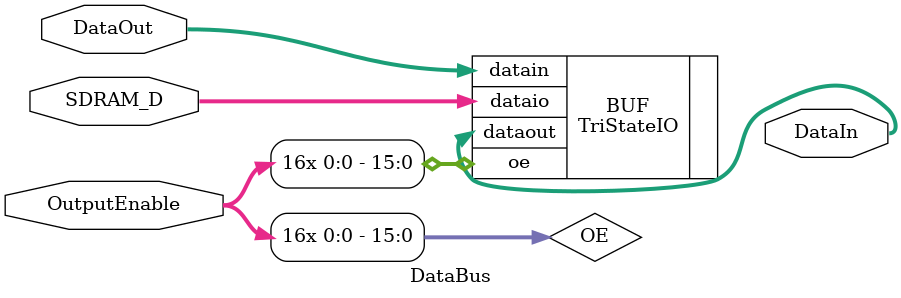
<source format=v>
module DataBus
( input [15:0] DataOut,
  input OutputEnable,
  inout [15:0] SDRAM_D,
  output [15:0] DataIn
);

  wire [15:0] OE = {OutputEnable,OutputEnable,OutputEnable,OutputEnable,OutputEnable,OutputEnable,OutputEnable,OutputEnable,
                    OutputEnable,OutputEnable,OutputEnable,OutputEnable,OutputEnable,OutputEnable,OutputEnable,OutputEnable};
						  
  TriStateIO BUF(.datain(DataOut), .oe(OE), .dataio(SDRAM_D), .dataout(DataIn));
  
endmodule

</source>
